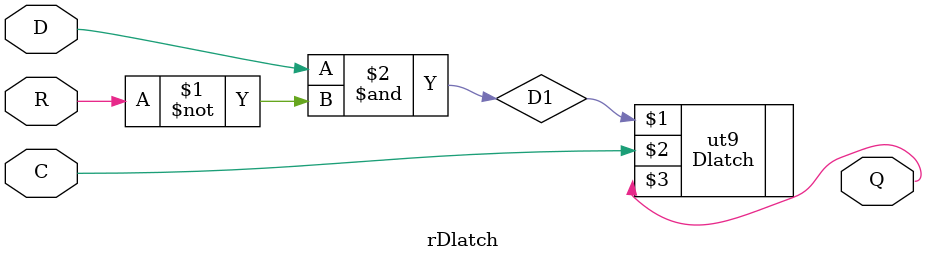
<source format=sv>
module rDlatch (input D,C,R,output Q);
  logic D1;
  assign D1=D&(~R);
  Dlatch ut9 (D1,C,Q);
endmodule

</source>
